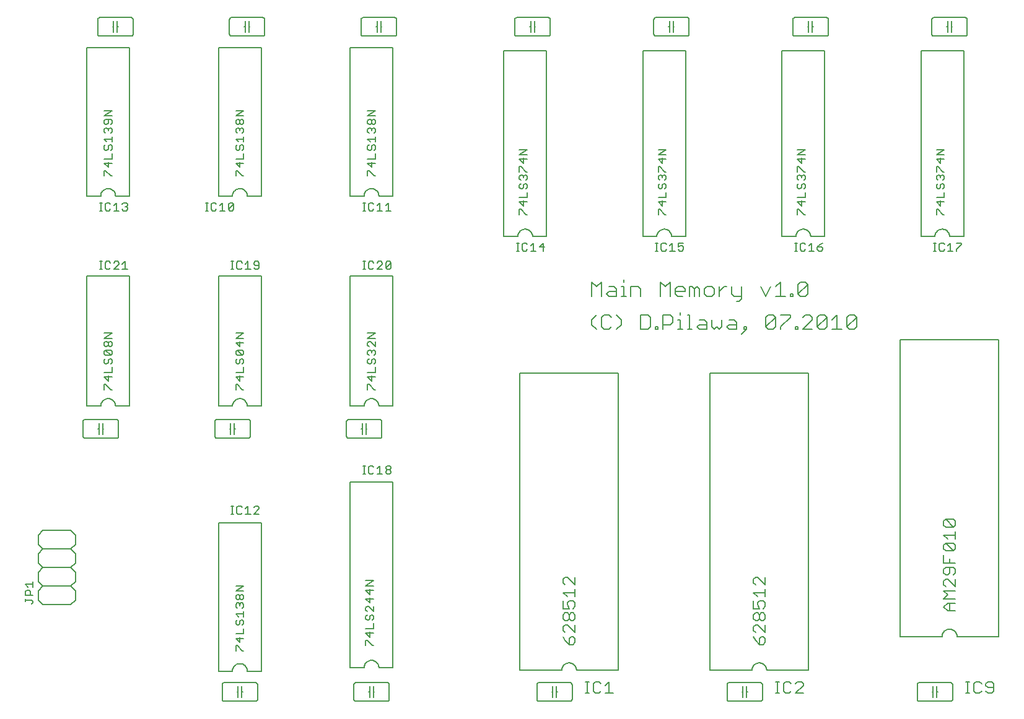
<source format=gto>
G75*
G70*
%OFA0B0*%
%FSLAX24Y24*%
%IPPOS*%
%LPD*%
%AMOC8*
5,1,8,0,0,1.08239X$1,22.5*
%
%ADD10C,0.0080*%
%ADD11C,0.0070*%
D10*
X002728Y006853D02*
X002798Y006923D01*
X002798Y006993D01*
X002728Y007063D01*
X002378Y007063D01*
X002378Y006993D02*
X002378Y007133D01*
X002378Y007313D02*
X002378Y007523D01*
X002448Y007593D01*
X002588Y007593D01*
X002658Y007523D01*
X002658Y007313D01*
X002798Y007313D02*
X002378Y007313D01*
X002518Y007773D02*
X002378Y007913D01*
X002798Y007913D01*
X002798Y007773D02*
X002798Y008054D01*
X003088Y008063D02*
X003088Y008563D01*
X003338Y008813D01*
X004838Y008813D01*
X005088Y009063D01*
X005088Y009563D01*
X004838Y009813D01*
X005088Y010063D01*
X005088Y010563D01*
X004838Y010813D01*
X003338Y010813D01*
X003088Y010563D01*
X003088Y010063D01*
X003338Y009813D01*
X004838Y009813D01*
X004838Y008813D02*
X005088Y008563D01*
X005088Y008063D01*
X004838Y007813D01*
X003338Y007813D01*
X003088Y008063D01*
X003338Y007813D02*
X003088Y007563D01*
X003088Y007063D01*
X003338Y006813D01*
X004838Y006813D01*
X005088Y007063D01*
X005088Y007563D01*
X004838Y007813D01*
X003338Y008813D02*
X003088Y009063D01*
X003088Y009563D01*
X003338Y009813D01*
X012781Y011238D02*
X015081Y011238D01*
X015081Y003238D01*
X014331Y003238D01*
X014329Y003277D01*
X014323Y003316D01*
X014314Y003354D01*
X014301Y003391D01*
X014284Y003427D01*
X014264Y003460D01*
X014240Y003492D01*
X014214Y003521D01*
X014185Y003547D01*
X014153Y003571D01*
X014120Y003591D01*
X014084Y003608D01*
X014047Y003621D01*
X014009Y003630D01*
X013970Y003636D01*
X013931Y003638D01*
X013892Y003636D01*
X013853Y003630D01*
X013815Y003621D01*
X013778Y003608D01*
X013742Y003591D01*
X013709Y003571D01*
X013677Y003547D01*
X013648Y003521D01*
X013622Y003492D01*
X013598Y003460D01*
X013578Y003427D01*
X013561Y003391D01*
X013548Y003354D01*
X013539Y003316D01*
X013533Y003277D01*
X013531Y003238D01*
X012781Y003238D01*
X012781Y011238D01*
X013464Y011699D02*
X013604Y011699D01*
X013534Y011699D02*
X013534Y012119D01*
X013464Y012119D02*
X013604Y012119D01*
X013771Y012049D02*
X013771Y011769D01*
X013841Y011699D01*
X013981Y011699D01*
X014051Y011769D01*
X014231Y011699D02*
X014511Y011699D01*
X014371Y011699D02*
X014371Y012119D01*
X014231Y011979D01*
X014051Y012049D02*
X013981Y012119D01*
X013841Y012119D01*
X013771Y012049D01*
X014691Y012049D02*
X014761Y012119D01*
X014901Y012119D01*
X014972Y012049D01*
X014972Y011979D01*
X014691Y011699D01*
X014972Y011699D01*
X019867Y013419D02*
X022167Y013419D01*
X022167Y003419D01*
X021417Y003419D01*
X021415Y003458D01*
X021409Y003497D01*
X021400Y003535D01*
X021387Y003572D01*
X021370Y003608D01*
X021350Y003641D01*
X021326Y003673D01*
X021300Y003702D01*
X021271Y003728D01*
X021239Y003752D01*
X021206Y003772D01*
X021170Y003789D01*
X021133Y003802D01*
X021095Y003811D01*
X021056Y003817D01*
X021017Y003819D01*
X020978Y003817D01*
X020939Y003811D01*
X020901Y003802D01*
X020864Y003789D01*
X020828Y003772D01*
X020795Y003752D01*
X020763Y003728D01*
X020734Y003702D01*
X020708Y003673D01*
X020684Y003641D01*
X020664Y003608D01*
X020647Y003572D01*
X020634Y003535D01*
X020625Y003497D01*
X020619Y003458D01*
X020617Y003419D01*
X019867Y003419D01*
X019867Y013419D01*
X020550Y013864D02*
X020690Y013864D01*
X020620Y013864D02*
X020620Y014285D01*
X020550Y014285D02*
X020690Y014285D01*
X020857Y014215D02*
X020927Y014285D01*
X021067Y014285D01*
X021137Y014215D01*
X021318Y014145D02*
X021458Y014285D01*
X021458Y013864D01*
X021318Y013864D02*
X021598Y013864D01*
X021778Y013934D02*
X021778Y014005D01*
X021848Y014075D01*
X021988Y014075D01*
X022058Y014005D01*
X022058Y013934D01*
X021988Y013864D01*
X021848Y013864D01*
X021778Y013934D01*
X021848Y014075D02*
X021778Y014145D01*
X021778Y014215D01*
X021848Y014285D01*
X021988Y014285D01*
X022058Y014215D01*
X022058Y014145D01*
X021988Y014075D01*
X021137Y013934D02*
X021067Y013864D01*
X020927Y013864D01*
X020857Y013934D01*
X020857Y014215D01*
X021474Y015793D02*
X019774Y015793D01*
X019757Y015795D01*
X019740Y015799D01*
X019724Y015806D01*
X019710Y015816D01*
X019697Y015829D01*
X019687Y015843D01*
X019680Y015859D01*
X019676Y015876D01*
X019674Y015893D01*
X019674Y016693D01*
X019676Y016710D01*
X019680Y016727D01*
X019687Y016743D01*
X019697Y016757D01*
X019710Y016770D01*
X019724Y016780D01*
X019740Y016787D01*
X019757Y016791D01*
X019774Y016793D01*
X021474Y016793D01*
X021491Y016791D01*
X021508Y016787D01*
X021524Y016780D01*
X021538Y016770D01*
X021551Y016757D01*
X021561Y016743D01*
X021568Y016727D01*
X021572Y016710D01*
X021574Y016693D01*
X021574Y015893D01*
X021572Y015876D01*
X021568Y015859D01*
X021561Y015843D01*
X021551Y015829D01*
X021538Y015816D01*
X021524Y015806D01*
X021508Y015799D01*
X021491Y015795D01*
X021474Y015793D01*
X020724Y015993D02*
X020724Y016293D01*
X020724Y016593D01*
X020524Y016593D02*
X020524Y016293D01*
X020474Y016293D01*
X020524Y016293D02*
X020524Y015993D01*
X020724Y016293D02*
X020774Y016293D01*
X020617Y017517D02*
X019867Y017517D01*
X019867Y024517D01*
X022167Y024517D01*
X022167Y017517D01*
X021417Y017517D01*
X021415Y017556D01*
X021409Y017595D01*
X021400Y017633D01*
X021387Y017670D01*
X021370Y017706D01*
X021350Y017739D01*
X021326Y017771D01*
X021300Y017800D01*
X021271Y017826D01*
X021239Y017850D01*
X021206Y017870D01*
X021170Y017887D01*
X021133Y017900D01*
X021095Y017909D01*
X021056Y017915D01*
X021017Y017917D01*
X020978Y017915D01*
X020939Y017909D01*
X020901Y017900D01*
X020864Y017887D01*
X020828Y017870D01*
X020795Y017850D01*
X020763Y017826D01*
X020734Y017800D01*
X020708Y017771D01*
X020684Y017739D01*
X020664Y017706D01*
X020647Y017670D01*
X020634Y017633D01*
X020625Y017595D01*
X020619Y017556D01*
X020617Y017517D01*
X020807Y018407D02*
X020807Y018688D01*
X020877Y018688D01*
X021157Y018407D01*
X021227Y018407D01*
X021017Y018868D02*
X021017Y019148D01*
X020807Y019078D02*
X021017Y018868D01*
X021227Y019078D02*
X020807Y019078D01*
X020807Y019328D02*
X021227Y019328D01*
X021227Y019608D01*
X021157Y019788D02*
X021227Y019858D01*
X021227Y019999D01*
X021157Y020069D01*
X021087Y020069D01*
X021017Y019999D01*
X021017Y019858D01*
X020947Y019788D01*
X020877Y019788D01*
X020807Y019858D01*
X020807Y019999D01*
X020877Y020069D01*
X020877Y020249D02*
X020807Y020319D01*
X020807Y020459D01*
X020877Y020529D01*
X020947Y020529D01*
X021017Y020459D01*
X021087Y020529D01*
X021157Y020529D01*
X021227Y020459D01*
X021227Y020319D01*
X021157Y020249D01*
X021017Y020389D02*
X021017Y020459D01*
X020877Y020709D02*
X020807Y020779D01*
X020807Y020919D01*
X020877Y020989D01*
X020947Y020989D01*
X021227Y020709D01*
X021227Y020989D01*
X021227Y021169D02*
X020807Y021169D01*
X021227Y021450D01*
X020807Y021450D01*
X020690Y024888D02*
X020550Y024888D01*
X020620Y024888D02*
X020620Y025308D01*
X020550Y025308D02*
X020690Y025308D01*
X020857Y025238D02*
X020857Y024958D01*
X020927Y024888D01*
X021067Y024888D01*
X021137Y024958D01*
X021318Y024888D02*
X021598Y025168D01*
X021598Y025238D01*
X021528Y025308D01*
X021388Y025308D01*
X021318Y025238D01*
X021137Y025238D02*
X021067Y025308D01*
X020927Y025308D01*
X020857Y025238D01*
X021318Y024888D02*
X021598Y024888D01*
X021778Y024958D02*
X022058Y025238D01*
X022058Y024958D01*
X021988Y024888D01*
X021848Y024888D01*
X021778Y024958D01*
X021778Y025238D01*
X021848Y025308D01*
X021988Y025308D01*
X022058Y025238D01*
X022058Y028038D02*
X021778Y028038D01*
X021918Y028038D02*
X021918Y028458D01*
X021778Y028318D01*
X021598Y028038D02*
X021318Y028038D01*
X021458Y028038D02*
X021458Y028458D01*
X021318Y028318D01*
X021137Y028388D02*
X021067Y028458D01*
X020927Y028458D01*
X020857Y028388D01*
X020857Y028108D01*
X020927Y028038D01*
X021067Y028038D01*
X021137Y028108D01*
X020690Y028038D02*
X020550Y028038D01*
X020620Y028038D02*
X020620Y028458D01*
X020550Y028458D02*
X020690Y028458D01*
X020617Y028828D02*
X019867Y028828D01*
X019867Y036828D01*
X022167Y036828D01*
X022167Y028828D01*
X021417Y028828D01*
X021415Y028867D01*
X021409Y028906D01*
X021400Y028944D01*
X021387Y028981D01*
X021370Y029017D01*
X021350Y029050D01*
X021326Y029082D01*
X021300Y029111D01*
X021271Y029137D01*
X021239Y029161D01*
X021206Y029181D01*
X021170Y029198D01*
X021133Y029211D01*
X021095Y029220D01*
X021056Y029226D01*
X021017Y029228D01*
X020978Y029226D01*
X020939Y029220D01*
X020901Y029211D01*
X020864Y029198D01*
X020828Y029181D01*
X020795Y029161D01*
X020763Y029137D01*
X020734Y029111D01*
X020708Y029082D01*
X020684Y029050D01*
X020664Y029017D01*
X020647Y028981D01*
X020634Y028944D01*
X020625Y028906D01*
X020619Y028867D01*
X020617Y028828D01*
X020807Y029918D02*
X020807Y030199D01*
X020877Y030199D01*
X021157Y029918D01*
X021227Y029918D01*
X021017Y030379D02*
X021017Y030659D01*
X020807Y030589D02*
X021017Y030379D01*
X021227Y030589D02*
X020807Y030589D01*
X020807Y030839D02*
X021227Y030839D01*
X021227Y031119D01*
X021157Y031299D02*
X021227Y031369D01*
X021227Y031510D01*
X021157Y031580D01*
X021087Y031580D01*
X021017Y031510D01*
X021017Y031369D01*
X020947Y031299D01*
X020877Y031299D01*
X020807Y031369D01*
X020807Y031510D01*
X020877Y031580D01*
X020947Y031760D02*
X020807Y031900D01*
X021227Y031900D01*
X021227Y031760D02*
X021227Y032040D01*
X021157Y032220D02*
X021227Y032290D01*
X021227Y032430D01*
X021157Y032500D01*
X021087Y032500D01*
X021017Y032430D01*
X021017Y032360D01*
X021017Y032430D02*
X020947Y032500D01*
X020877Y032500D01*
X020807Y032430D01*
X020807Y032290D01*
X020877Y032220D01*
X020877Y032680D02*
X020947Y032680D01*
X021017Y032751D01*
X021017Y032891D01*
X021087Y032961D01*
X021157Y032961D01*
X021227Y032891D01*
X021227Y032751D01*
X021157Y032680D01*
X021087Y032680D01*
X021017Y032751D01*
X021017Y032891D02*
X020947Y032961D01*
X020877Y032961D01*
X020807Y032891D01*
X020807Y032751D01*
X020877Y032680D01*
X020807Y033141D02*
X021227Y033421D01*
X020807Y033421D01*
X020807Y033141D02*
X021227Y033141D01*
X015081Y036828D02*
X012781Y036828D01*
X012781Y028828D01*
X013531Y028828D01*
X013524Y028458D02*
X013594Y028388D01*
X013313Y028108D01*
X013383Y028038D01*
X013524Y028038D01*
X013594Y028108D01*
X013594Y028388D01*
X013524Y028458D02*
X013383Y028458D01*
X013313Y028388D01*
X013313Y028108D01*
X013133Y028038D02*
X012853Y028038D01*
X012993Y028038D02*
X012993Y028458D01*
X012853Y028318D01*
X012673Y028388D02*
X012603Y028458D01*
X012463Y028458D01*
X012393Y028388D01*
X012393Y028108D01*
X012463Y028038D01*
X012603Y028038D01*
X012673Y028108D01*
X012226Y028038D02*
X012086Y028038D01*
X012156Y028038D02*
X012156Y028458D01*
X012086Y028458D02*
X012226Y028458D01*
X013531Y028828D02*
X013533Y028867D01*
X013539Y028906D01*
X013548Y028944D01*
X013561Y028981D01*
X013578Y029017D01*
X013598Y029050D01*
X013622Y029082D01*
X013648Y029111D01*
X013677Y029137D01*
X013709Y029161D01*
X013742Y029181D01*
X013778Y029198D01*
X013815Y029211D01*
X013853Y029220D01*
X013892Y029226D01*
X013931Y029228D01*
X013970Y029226D01*
X014009Y029220D01*
X014047Y029211D01*
X014084Y029198D01*
X014120Y029181D01*
X014153Y029161D01*
X014185Y029137D01*
X014214Y029111D01*
X014240Y029082D01*
X014264Y029050D01*
X014284Y029017D01*
X014301Y028981D01*
X014314Y028944D01*
X014323Y028906D01*
X014329Y028867D01*
X014331Y028828D01*
X015081Y028828D01*
X015081Y036828D01*
X015174Y037446D02*
X013474Y037446D01*
X013457Y037448D01*
X013440Y037452D01*
X013424Y037459D01*
X013410Y037469D01*
X013397Y037482D01*
X013387Y037496D01*
X013380Y037512D01*
X013376Y037529D01*
X013374Y037546D01*
X013374Y038346D01*
X013376Y038363D01*
X013380Y038380D01*
X013387Y038396D01*
X013397Y038410D01*
X013410Y038423D01*
X013424Y038433D01*
X013440Y038440D01*
X013457Y038444D01*
X013474Y038446D01*
X015174Y038446D01*
X015191Y038444D01*
X015208Y038440D01*
X015224Y038433D01*
X015238Y038423D01*
X015251Y038410D01*
X015261Y038396D01*
X015268Y038380D01*
X015272Y038363D01*
X015274Y038346D01*
X015274Y037546D01*
X015272Y037529D01*
X015268Y037512D01*
X015261Y037496D01*
X015251Y037482D01*
X015238Y037469D01*
X015224Y037459D01*
X015208Y037452D01*
X015191Y037448D01*
X015174Y037446D01*
X014424Y037646D02*
X014424Y037946D01*
X014424Y038246D01*
X014224Y038246D02*
X014224Y037946D01*
X014174Y037946D01*
X014224Y037946D02*
X014224Y037646D01*
X014424Y037946D02*
X014474Y037946D01*
X008188Y038346D02*
X008188Y037546D01*
X008186Y037529D01*
X008182Y037512D01*
X008175Y037496D01*
X008165Y037482D01*
X008152Y037469D01*
X008138Y037459D01*
X008122Y037452D01*
X008105Y037448D01*
X008088Y037446D01*
X006388Y037446D01*
X006371Y037448D01*
X006354Y037452D01*
X006338Y037459D01*
X006324Y037469D01*
X006311Y037482D01*
X006301Y037496D01*
X006294Y037512D01*
X006290Y037529D01*
X006288Y037546D01*
X006288Y038346D01*
X006290Y038363D01*
X006294Y038380D01*
X006301Y038396D01*
X006311Y038410D01*
X006324Y038423D01*
X006338Y038433D01*
X006354Y038440D01*
X006371Y038444D01*
X006388Y038446D01*
X008088Y038446D01*
X008105Y038444D01*
X008122Y038440D01*
X008138Y038433D01*
X008152Y038423D01*
X008165Y038410D01*
X008175Y038396D01*
X008182Y038380D01*
X008186Y038363D01*
X008188Y038346D01*
X007338Y038246D02*
X007338Y037946D01*
X007338Y037646D01*
X007138Y037646D02*
X007138Y037946D01*
X007088Y037946D01*
X007138Y037946D02*
X007138Y038246D01*
X007338Y037946D02*
X007388Y037946D01*
X007994Y036828D02*
X005694Y036828D01*
X005694Y028828D01*
X006444Y028828D01*
X006447Y028458D02*
X006447Y028038D01*
X006377Y028038D02*
X006517Y028038D01*
X006684Y028108D02*
X006684Y028388D01*
X006754Y028458D01*
X006894Y028458D01*
X006964Y028388D01*
X007144Y028318D02*
X007284Y028458D01*
X007284Y028038D01*
X007144Y028038D02*
X007425Y028038D01*
X007605Y028108D02*
X007675Y028038D01*
X007815Y028038D01*
X007885Y028108D01*
X007885Y028178D01*
X007815Y028248D01*
X007745Y028248D01*
X007815Y028248D02*
X007885Y028318D01*
X007885Y028388D01*
X007815Y028458D01*
X007675Y028458D01*
X007605Y028388D01*
X007244Y028828D02*
X007994Y028828D01*
X007994Y036828D01*
X007054Y033421D02*
X006634Y033421D01*
X006634Y033141D02*
X007054Y033421D01*
X007054Y033141D02*
X006634Y033141D01*
X006704Y032961D02*
X006634Y032891D01*
X006634Y032751D01*
X006704Y032680D01*
X006774Y032680D01*
X006844Y032751D01*
X006844Y032961D01*
X006984Y032961D02*
X006704Y032961D01*
X006984Y032961D02*
X007054Y032891D01*
X007054Y032751D01*
X006984Y032680D01*
X006984Y032500D02*
X007054Y032430D01*
X007054Y032290D01*
X006984Y032220D01*
X007054Y032040D02*
X007054Y031760D01*
X007054Y031900D02*
X006634Y031900D01*
X006774Y031760D01*
X006704Y031580D02*
X006634Y031510D01*
X006634Y031369D01*
X006704Y031299D01*
X006774Y031299D01*
X006844Y031369D01*
X006844Y031510D01*
X006914Y031580D01*
X006984Y031580D01*
X007054Y031510D01*
X007054Y031369D01*
X006984Y031299D01*
X007054Y031119D02*
X007054Y030839D01*
X006634Y030839D01*
X006634Y030589D02*
X006844Y030379D01*
X006844Y030659D01*
X007054Y030589D02*
X006634Y030589D01*
X006634Y030199D02*
X006704Y030199D01*
X006984Y029918D01*
X007054Y029918D01*
X006634Y029918D02*
X006634Y030199D01*
X006444Y028828D02*
X006446Y028867D01*
X006452Y028906D01*
X006461Y028944D01*
X006474Y028981D01*
X006491Y029017D01*
X006511Y029050D01*
X006535Y029082D01*
X006561Y029111D01*
X006590Y029137D01*
X006622Y029161D01*
X006655Y029181D01*
X006691Y029198D01*
X006728Y029211D01*
X006766Y029220D01*
X006805Y029226D01*
X006844Y029228D01*
X006883Y029226D01*
X006922Y029220D01*
X006960Y029211D01*
X006997Y029198D01*
X007033Y029181D01*
X007066Y029161D01*
X007098Y029137D01*
X007127Y029111D01*
X007153Y029082D01*
X007177Y029050D01*
X007197Y029017D01*
X007214Y028981D01*
X007227Y028944D01*
X007236Y028906D01*
X007242Y028867D01*
X007244Y028828D01*
X006517Y028458D02*
X006377Y028458D01*
X006684Y028108D02*
X006754Y028038D01*
X006894Y028038D01*
X006964Y028108D01*
X006894Y025308D02*
X006754Y025308D01*
X006684Y025238D01*
X006684Y024958D01*
X006754Y024888D01*
X006894Y024888D01*
X006964Y024958D01*
X007144Y024888D02*
X007425Y025168D01*
X007425Y025238D01*
X007355Y025308D01*
X007214Y025308D01*
X007144Y025238D01*
X006964Y025238D02*
X006894Y025308D01*
X006517Y025308D02*
X006377Y025308D01*
X006447Y025308D02*
X006447Y024888D01*
X006377Y024888D02*
X006517Y024888D01*
X007144Y024888D02*
X007425Y024888D01*
X007605Y024888D02*
X007885Y024888D01*
X007745Y024888D02*
X007745Y025308D01*
X007605Y025168D01*
X007994Y024517D02*
X005694Y024517D01*
X005694Y017517D01*
X006444Y017517D01*
X006446Y017556D01*
X006452Y017595D01*
X006461Y017633D01*
X006474Y017670D01*
X006491Y017706D01*
X006511Y017739D01*
X006535Y017771D01*
X006561Y017800D01*
X006590Y017826D01*
X006622Y017850D01*
X006655Y017870D01*
X006691Y017887D01*
X006728Y017900D01*
X006766Y017909D01*
X006805Y017915D01*
X006844Y017917D01*
X006883Y017915D01*
X006922Y017909D01*
X006960Y017900D01*
X006997Y017887D01*
X007033Y017870D01*
X007066Y017850D01*
X007098Y017826D01*
X007127Y017800D01*
X007153Y017771D01*
X007177Y017739D01*
X007197Y017706D01*
X007214Y017670D01*
X007227Y017633D01*
X007236Y017595D01*
X007242Y017556D01*
X007244Y017517D01*
X007994Y017517D01*
X007994Y024517D01*
X007054Y021450D02*
X006634Y021450D01*
X006634Y021169D02*
X007054Y021450D01*
X007054Y021169D02*
X006634Y021169D01*
X006704Y020989D02*
X006774Y020989D01*
X006844Y020919D01*
X006844Y020779D01*
X006774Y020709D01*
X006704Y020709D01*
X006634Y020779D01*
X006634Y020919D01*
X006704Y020989D01*
X006844Y020919D02*
X006914Y020989D01*
X006984Y020989D01*
X007054Y020919D01*
X007054Y020779D01*
X006984Y020709D01*
X006914Y020709D01*
X006844Y020779D01*
X006984Y020529D02*
X007054Y020459D01*
X007054Y020319D01*
X006984Y020249D01*
X006704Y020529D01*
X006984Y020529D01*
X006704Y020529D02*
X006634Y020459D01*
X006634Y020319D01*
X006704Y020249D01*
X006984Y020249D01*
X006984Y020069D02*
X007054Y019999D01*
X007054Y019858D01*
X006984Y019788D01*
X006844Y019858D02*
X006774Y019788D01*
X006704Y019788D01*
X006634Y019858D01*
X006634Y019999D01*
X006704Y020069D01*
X006844Y019999D02*
X006914Y020069D01*
X006984Y020069D01*
X006844Y019999D02*
X006844Y019858D01*
X007054Y019608D02*
X007054Y019328D01*
X006634Y019328D01*
X006634Y019078D02*
X006844Y018868D01*
X006844Y019148D01*
X007054Y019078D02*
X006634Y019078D01*
X006634Y018688D02*
X006704Y018688D01*
X006984Y018407D01*
X007054Y018407D01*
X006634Y018407D02*
X006634Y018688D01*
X007300Y016793D02*
X005600Y016793D01*
X005583Y016791D01*
X005566Y016787D01*
X005550Y016780D01*
X005536Y016770D01*
X005523Y016757D01*
X005513Y016743D01*
X005506Y016727D01*
X005502Y016710D01*
X005500Y016693D01*
X005500Y015893D01*
X005502Y015876D01*
X005506Y015859D01*
X005513Y015843D01*
X005523Y015829D01*
X005536Y015816D01*
X005550Y015806D01*
X005566Y015799D01*
X005583Y015795D01*
X005600Y015793D01*
X007300Y015793D01*
X007317Y015795D01*
X007334Y015799D01*
X007350Y015806D01*
X007364Y015816D01*
X007377Y015829D01*
X007387Y015843D01*
X007394Y015859D01*
X007398Y015876D01*
X007400Y015893D01*
X007400Y016693D01*
X007398Y016710D01*
X007394Y016727D01*
X007387Y016743D01*
X007377Y016757D01*
X007364Y016770D01*
X007350Y016780D01*
X007334Y016787D01*
X007317Y016791D01*
X007300Y016793D01*
X006600Y016293D02*
X006550Y016293D01*
X006550Y015993D01*
X006350Y015993D02*
X006350Y016293D01*
X006300Y016293D01*
X006350Y016293D02*
X006350Y016593D01*
X006550Y016593D02*
X006550Y016293D01*
X012587Y016693D02*
X012587Y015893D01*
X012589Y015876D01*
X012593Y015859D01*
X012600Y015843D01*
X012610Y015829D01*
X012623Y015816D01*
X012637Y015806D01*
X012653Y015799D01*
X012670Y015795D01*
X012687Y015793D01*
X014387Y015793D01*
X014404Y015795D01*
X014421Y015799D01*
X014437Y015806D01*
X014451Y015816D01*
X014464Y015829D01*
X014474Y015843D01*
X014481Y015859D01*
X014485Y015876D01*
X014487Y015893D01*
X014487Y016693D01*
X014485Y016710D01*
X014481Y016727D01*
X014474Y016743D01*
X014464Y016757D01*
X014451Y016770D01*
X014437Y016780D01*
X014421Y016787D01*
X014404Y016791D01*
X014387Y016793D01*
X012687Y016793D01*
X012670Y016791D01*
X012653Y016787D01*
X012637Y016780D01*
X012623Y016770D01*
X012610Y016757D01*
X012600Y016743D01*
X012593Y016727D01*
X012589Y016710D01*
X012587Y016693D01*
X013437Y016593D02*
X013437Y016293D01*
X013387Y016293D01*
X013437Y016293D02*
X013437Y015993D01*
X013637Y015993D02*
X013637Y016293D01*
X013637Y016593D01*
X013637Y016293D02*
X013687Y016293D01*
X013531Y017517D02*
X012781Y017517D01*
X012781Y024517D01*
X015081Y024517D01*
X015081Y017517D01*
X014331Y017517D01*
X014329Y017556D01*
X014323Y017595D01*
X014314Y017633D01*
X014301Y017670D01*
X014284Y017706D01*
X014264Y017739D01*
X014240Y017771D01*
X014214Y017800D01*
X014185Y017826D01*
X014153Y017850D01*
X014120Y017870D01*
X014084Y017887D01*
X014047Y017900D01*
X014009Y017909D01*
X013970Y017915D01*
X013931Y017917D01*
X013892Y017915D01*
X013853Y017909D01*
X013815Y017900D01*
X013778Y017887D01*
X013742Y017870D01*
X013709Y017850D01*
X013677Y017826D01*
X013648Y017800D01*
X013622Y017771D01*
X013598Y017739D01*
X013578Y017706D01*
X013561Y017670D01*
X013548Y017633D01*
X013539Y017595D01*
X013533Y017556D01*
X013531Y017517D01*
X013720Y018407D02*
X013720Y018688D01*
X013790Y018688D01*
X014071Y018407D01*
X014141Y018407D01*
X013931Y018868D02*
X013931Y019148D01*
X014141Y019078D02*
X013720Y019078D01*
X013931Y018868D01*
X014141Y019328D02*
X013720Y019328D01*
X014141Y019328D02*
X014141Y019608D01*
X014071Y019788D02*
X014141Y019858D01*
X014141Y019999D01*
X014071Y020069D01*
X014001Y020069D01*
X013931Y019999D01*
X013931Y019858D01*
X013860Y019788D01*
X013790Y019788D01*
X013720Y019858D01*
X013720Y019999D01*
X013790Y020069D01*
X013790Y020249D02*
X013720Y020319D01*
X013720Y020459D01*
X013790Y020529D01*
X014071Y020249D01*
X014141Y020319D01*
X014141Y020459D01*
X014071Y020529D01*
X013790Y020529D01*
X013931Y020709D02*
X013720Y020919D01*
X014141Y020919D01*
X013931Y020989D02*
X013931Y020709D01*
X014071Y020249D02*
X013790Y020249D01*
X013720Y021169D02*
X014141Y021450D01*
X013720Y021450D01*
X013720Y021169D02*
X014141Y021169D01*
X014231Y024888D02*
X014511Y024888D01*
X014371Y024888D02*
X014371Y025308D01*
X014231Y025168D01*
X014051Y025238D02*
X013981Y025308D01*
X013841Y025308D01*
X013771Y025238D01*
X013771Y024958D01*
X013841Y024888D01*
X013981Y024888D01*
X014051Y024958D01*
X013604Y024888D02*
X013464Y024888D01*
X013534Y024888D02*
X013534Y025308D01*
X013464Y025308D02*
X013604Y025308D01*
X014691Y025238D02*
X014691Y025168D01*
X014761Y025098D01*
X014972Y025098D01*
X014972Y024958D02*
X014972Y025238D01*
X014901Y025308D01*
X014761Y025308D01*
X014691Y025238D01*
X014691Y024958D02*
X014761Y024888D01*
X014901Y024888D01*
X014972Y024958D01*
X014141Y029918D02*
X014071Y029918D01*
X013790Y030199D01*
X013720Y030199D01*
X013720Y029918D01*
X013931Y030379D02*
X013931Y030659D01*
X014141Y030589D02*
X013720Y030589D01*
X013931Y030379D01*
X014141Y030839D02*
X013720Y030839D01*
X014141Y030839D02*
X014141Y031119D01*
X014071Y031299D02*
X014141Y031369D01*
X014141Y031510D01*
X014071Y031580D01*
X014001Y031580D01*
X013931Y031510D01*
X013931Y031369D01*
X013860Y031299D01*
X013790Y031299D01*
X013720Y031369D01*
X013720Y031510D01*
X013790Y031580D01*
X013860Y031760D02*
X013720Y031900D01*
X014141Y031900D01*
X014141Y031760D02*
X014141Y032040D01*
X014071Y032220D02*
X014141Y032290D01*
X014141Y032430D01*
X014071Y032500D01*
X014001Y032500D01*
X013931Y032430D01*
X013931Y032360D01*
X013931Y032430D02*
X013860Y032500D01*
X013790Y032500D01*
X013720Y032430D01*
X013720Y032290D01*
X013790Y032220D01*
X013790Y032680D02*
X013860Y032680D01*
X013931Y032751D01*
X013931Y032891D01*
X014001Y032961D01*
X014071Y032961D01*
X014141Y032891D01*
X014141Y032751D01*
X014071Y032680D01*
X014001Y032680D01*
X013931Y032751D01*
X013931Y032891D02*
X013860Y032961D01*
X013790Y032961D01*
X013720Y032891D01*
X013720Y032751D01*
X013790Y032680D01*
X013720Y033141D02*
X014141Y033421D01*
X013720Y033421D01*
X013720Y033141D02*
X014141Y033141D01*
X006984Y032500D02*
X006914Y032500D01*
X006844Y032430D01*
X006844Y032360D01*
X006844Y032430D02*
X006774Y032500D01*
X006704Y032500D01*
X006634Y032430D01*
X006634Y032290D01*
X006704Y032220D01*
X020461Y037546D02*
X020461Y038346D01*
X020463Y038363D01*
X020467Y038380D01*
X020474Y038396D01*
X020484Y038410D01*
X020497Y038423D01*
X020511Y038433D01*
X020527Y038440D01*
X020544Y038444D01*
X020561Y038446D01*
X022261Y038446D01*
X022278Y038444D01*
X022295Y038440D01*
X022311Y038433D01*
X022325Y038423D01*
X022338Y038410D01*
X022348Y038396D01*
X022355Y038380D01*
X022359Y038363D01*
X022361Y038346D01*
X022361Y037546D01*
X022359Y037529D01*
X022355Y037512D01*
X022348Y037496D01*
X022338Y037482D01*
X022325Y037469D01*
X022311Y037459D01*
X022295Y037452D01*
X022278Y037448D01*
X022261Y037446D01*
X020561Y037446D01*
X020544Y037448D01*
X020527Y037452D01*
X020511Y037459D01*
X020497Y037469D01*
X020484Y037482D01*
X020474Y037496D01*
X020467Y037512D01*
X020463Y037529D01*
X020461Y037546D01*
X021311Y037646D02*
X021311Y037946D01*
X021261Y037946D01*
X021311Y037946D02*
X021311Y038246D01*
X021511Y038246D02*
X021511Y037946D01*
X021511Y037646D01*
X021511Y037946D02*
X021561Y037946D01*
X028135Y036647D02*
X030435Y036647D01*
X030435Y026647D01*
X029685Y026647D01*
X029725Y026293D02*
X029725Y025872D01*
X029585Y025872D02*
X029866Y025872D01*
X030046Y026082D02*
X030326Y026082D01*
X030256Y025872D02*
X030256Y026293D01*
X030046Y026082D01*
X029725Y026293D02*
X029585Y026153D01*
X029405Y026223D02*
X029335Y026293D01*
X029195Y026293D01*
X029125Y026223D01*
X029125Y025942D01*
X029195Y025872D01*
X029335Y025872D01*
X029405Y025942D01*
X028958Y025872D02*
X028818Y025872D01*
X028888Y025872D02*
X028888Y026293D01*
X028818Y026293D02*
X028958Y026293D01*
X028885Y026647D02*
X028135Y026647D01*
X028135Y036647D01*
X028829Y037446D02*
X030529Y037446D01*
X030546Y037448D01*
X030563Y037452D01*
X030579Y037459D01*
X030593Y037469D01*
X030606Y037482D01*
X030616Y037496D01*
X030623Y037512D01*
X030627Y037529D01*
X030629Y037546D01*
X030629Y038346D01*
X030627Y038363D01*
X030623Y038380D01*
X030616Y038396D01*
X030606Y038410D01*
X030593Y038423D01*
X030579Y038433D01*
X030563Y038440D01*
X030546Y038444D01*
X030529Y038446D01*
X028829Y038446D01*
X028812Y038444D01*
X028795Y038440D01*
X028779Y038433D01*
X028765Y038423D01*
X028752Y038410D01*
X028742Y038396D01*
X028735Y038380D01*
X028731Y038363D01*
X028729Y038346D01*
X028729Y037546D01*
X028731Y037529D01*
X028735Y037512D01*
X028742Y037496D01*
X028752Y037482D01*
X028765Y037469D01*
X028779Y037459D01*
X028795Y037452D01*
X028812Y037448D01*
X028829Y037446D01*
X029579Y037646D02*
X029579Y037946D01*
X029529Y037946D01*
X029579Y037946D02*
X029579Y038246D01*
X029779Y038246D02*
X029779Y037946D01*
X029779Y037646D01*
X029779Y037946D02*
X029829Y037946D01*
X035615Y036647D02*
X037915Y036647D01*
X037915Y026647D01*
X037165Y026647D01*
X037206Y026293D02*
X037206Y025872D01*
X037066Y025872D02*
X037346Y025872D01*
X037526Y025942D02*
X037596Y025872D01*
X037736Y025872D01*
X037806Y025942D01*
X037806Y026082D01*
X037736Y026153D01*
X037666Y026153D01*
X037526Y026082D01*
X037526Y026293D01*
X037806Y026293D01*
X037206Y026293D02*
X037066Y026153D01*
X036886Y026223D02*
X036815Y026293D01*
X036675Y026293D01*
X036605Y026223D01*
X036605Y025942D01*
X036675Y025872D01*
X036815Y025872D01*
X036886Y025942D01*
X036439Y025872D02*
X036298Y025872D01*
X036368Y025872D02*
X036368Y026293D01*
X036298Y026293D02*
X036439Y026293D01*
X036365Y026647D02*
X035615Y026647D01*
X035615Y036647D01*
X036309Y037446D02*
X038009Y037446D01*
X038026Y037448D01*
X038043Y037452D01*
X038059Y037459D01*
X038073Y037469D01*
X038086Y037482D01*
X038096Y037496D01*
X038103Y037512D01*
X038107Y037529D01*
X038109Y037546D01*
X038109Y038346D01*
X038107Y038363D01*
X038103Y038380D01*
X038096Y038396D01*
X038086Y038410D01*
X038073Y038423D01*
X038059Y038433D01*
X038043Y038440D01*
X038026Y038444D01*
X038009Y038446D01*
X036309Y038446D01*
X036292Y038444D01*
X036275Y038440D01*
X036259Y038433D01*
X036245Y038423D01*
X036232Y038410D01*
X036222Y038396D01*
X036215Y038380D01*
X036211Y038363D01*
X036209Y038346D01*
X036209Y037546D01*
X036211Y037529D01*
X036215Y037512D01*
X036222Y037496D01*
X036232Y037482D01*
X036245Y037469D01*
X036259Y037459D01*
X036275Y037452D01*
X036292Y037448D01*
X036309Y037446D01*
X037059Y037646D02*
X037059Y037946D01*
X037009Y037946D01*
X037059Y037946D02*
X037059Y038246D01*
X037259Y038246D02*
X037259Y037946D01*
X037259Y037646D01*
X037259Y037946D02*
X037309Y037946D01*
X043096Y036647D02*
X045396Y036647D01*
X045396Y026647D01*
X044646Y026647D01*
X044686Y026293D02*
X044686Y025872D01*
X044546Y025872D02*
X044826Y025872D01*
X045006Y025942D02*
X045076Y025872D01*
X045216Y025872D01*
X045287Y025942D01*
X045287Y026012D01*
X045216Y026082D01*
X045006Y026082D01*
X045006Y025942D01*
X045006Y026082D02*
X045146Y026223D01*
X045287Y026293D01*
X044686Y026293D02*
X044546Y026153D01*
X044366Y026223D02*
X044296Y026293D01*
X044156Y026293D01*
X044086Y026223D01*
X044086Y025942D01*
X044156Y025872D01*
X044296Y025872D01*
X044366Y025942D01*
X043919Y025872D02*
X043779Y025872D01*
X043849Y025872D02*
X043849Y026293D01*
X043779Y026293D02*
X043919Y026293D01*
X043846Y026647D02*
X043096Y026647D01*
X043096Y036647D01*
X043789Y037446D02*
X045489Y037446D01*
X045506Y037448D01*
X045523Y037452D01*
X045539Y037459D01*
X045553Y037469D01*
X045566Y037482D01*
X045576Y037496D01*
X045583Y037512D01*
X045587Y037529D01*
X045589Y037546D01*
X045589Y038346D01*
X045587Y038363D01*
X045583Y038380D01*
X045576Y038396D01*
X045566Y038410D01*
X045553Y038423D01*
X045539Y038433D01*
X045523Y038440D01*
X045506Y038444D01*
X045489Y038446D01*
X043789Y038446D01*
X043772Y038444D01*
X043755Y038440D01*
X043739Y038433D01*
X043725Y038423D01*
X043712Y038410D01*
X043702Y038396D01*
X043695Y038380D01*
X043691Y038363D01*
X043689Y038346D01*
X043689Y037546D01*
X043691Y037529D01*
X043695Y037512D01*
X043702Y037496D01*
X043712Y037482D01*
X043725Y037469D01*
X043739Y037459D01*
X043755Y037452D01*
X043772Y037448D01*
X043789Y037446D01*
X044539Y037646D02*
X044539Y037946D01*
X044489Y037946D01*
X044539Y037946D02*
X044539Y038246D01*
X044739Y038246D02*
X044739Y037946D01*
X044739Y037646D01*
X044739Y037946D02*
X044789Y037946D01*
X050576Y036647D02*
X052876Y036647D01*
X052876Y026647D01*
X052126Y026647D01*
X052166Y026293D02*
X052166Y025872D01*
X052026Y025872D02*
X052306Y025872D01*
X052487Y025872D02*
X052487Y025942D01*
X052767Y026223D01*
X052767Y026293D01*
X052487Y026293D01*
X052166Y026293D02*
X052026Y026153D01*
X051846Y026223D02*
X051776Y026293D01*
X051636Y026293D01*
X051566Y026223D01*
X051566Y025942D01*
X051636Y025872D01*
X051776Y025872D01*
X051846Y025942D01*
X051399Y025872D02*
X051259Y025872D01*
X051329Y025872D02*
X051329Y026293D01*
X051259Y026293D02*
X051399Y026293D01*
X051326Y026647D02*
X050576Y026647D01*
X050576Y036647D01*
X051270Y037446D02*
X052970Y037446D01*
X052987Y037448D01*
X053004Y037452D01*
X053020Y037459D01*
X053034Y037469D01*
X053047Y037482D01*
X053057Y037496D01*
X053064Y037512D01*
X053068Y037529D01*
X053070Y037546D01*
X053070Y038346D01*
X053068Y038363D01*
X053064Y038380D01*
X053057Y038396D01*
X053047Y038410D01*
X053034Y038423D01*
X053020Y038433D01*
X053004Y038440D01*
X052987Y038444D01*
X052970Y038446D01*
X051270Y038446D01*
X051253Y038444D01*
X051236Y038440D01*
X051220Y038433D01*
X051206Y038423D01*
X051193Y038410D01*
X051183Y038396D01*
X051176Y038380D01*
X051172Y038363D01*
X051170Y038346D01*
X051170Y037546D01*
X051172Y037529D01*
X051176Y037512D01*
X051183Y037496D01*
X051193Y037482D01*
X051206Y037469D01*
X051220Y037459D01*
X051236Y037452D01*
X051253Y037448D01*
X051270Y037446D01*
X052020Y037646D02*
X052020Y037946D01*
X051970Y037946D01*
X052020Y037946D02*
X052020Y038246D01*
X052220Y038246D02*
X052220Y037946D01*
X052220Y037646D01*
X052220Y037946D02*
X052270Y037946D01*
X051836Y031340D02*
X051416Y031340D01*
X051416Y031060D02*
X051836Y031340D01*
X051836Y031060D02*
X051416Y031060D01*
X051416Y030810D02*
X051626Y030599D01*
X051626Y030880D01*
X051836Y030810D02*
X051416Y030810D01*
X051416Y030419D02*
X051486Y030419D01*
X051766Y030139D01*
X051836Y030139D01*
X051766Y029959D02*
X051836Y029889D01*
X051836Y029749D01*
X051766Y029679D01*
X051766Y029499D02*
X051836Y029428D01*
X051836Y029288D01*
X051766Y029218D01*
X051626Y029288D02*
X051626Y029428D01*
X051696Y029499D01*
X051766Y029499D01*
X051626Y029288D02*
X051556Y029218D01*
X051486Y029218D01*
X051416Y029288D01*
X051416Y029428D01*
X051486Y029499D01*
X051486Y029679D02*
X051416Y029749D01*
X051416Y029889D01*
X051486Y029959D01*
X051556Y029959D01*
X051626Y029889D01*
X051696Y029959D01*
X051766Y029959D01*
X051626Y029889D02*
X051626Y029819D01*
X051416Y030139D02*
X051416Y030419D01*
X051836Y029038D02*
X051836Y028758D01*
X051416Y028758D01*
X051416Y028508D02*
X051626Y028298D01*
X051626Y028578D01*
X051836Y028508D02*
X051416Y028508D01*
X051416Y028117D02*
X051486Y028117D01*
X051766Y027837D01*
X051836Y027837D01*
X051416Y027837D02*
X051416Y028117D01*
X051326Y026647D02*
X051328Y026686D01*
X051334Y026725D01*
X051343Y026763D01*
X051356Y026800D01*
X051373Y026836D01*
X051393Y026869D01*
X051417Y026901D01*
X051443Y026930D01*
X051472Y026956D01*
X051504Y026980D01*
X051537Y027000D01*
X051573Y027017D01*
X051610Y027030D01*
X051648Y027039D01*
X051687Y027045D01*
X051726Y027047D01*
X051765Y027045D01*
X051804Y027039D01*
X051842Y027030D01*
X051879Y027017D01*
X051915Y027000D01*
X051948Y026980D01*
X051980Y026956D01*
X052009Y026930D01*
X052035Y026901D01*
X052059Y026869D01*
X052079Y026836D01*
X052096Y026800D01*
X052109Y026763D01*
X052118Y026725D01*
X052124Y026686D01*
X052126Y026647D01*
X044356Y027837D02*
X044286Y027837D01*
X044005Y028117D01*
X043935Y028117D01*
X043935Y027837D01*
X044146Y028298D02*
X044146Y028578D01*
X044356Y028508D02*
X043935Y028508D01*
X044146Y028298D01*
X044356Y028758D02*
X043935Y028758D01*
X044356Y028758D02*
X044356Y029038D01*
X044286Y029218D02*
X044356Y029288D01*
X044356Y029428D01*
X044286Y029499D01*
X044216Y029499D01*
X044146Y029428D01*
X044146Y029288D01*
X044075Y029218D01*
X044005Y029218D01*
X043935Y029288D01*
X043935Y029428D01*
X044005Y029499D01*
X044005Y029679D02*
X043935Y029749D01*
X043935Y029889D01*
X044005Y029959D01*
X044075Y029959D01*
X044146Y029889D01*
X044216Y029959D01*
X044286Y029959D01*
X044356Y029889D01*
X044356Y029749D01*
X044286Y029679D01*
X044146Y029819D02*
X044146Y029889D01*
X044286Y030139D02*
X044005Y030419D01*
X043935Y030419D01*
X043935Y030139D01*
X044286Y030139D02*
X044356Y030139D01*
X044146Y030599D02*
X044146Y030880D01*
X044356Y030810D02*
X043935Y030810D01*
X044146Y030599D01*
X044356Y031060D02*
X043935Y031060D01*
X044356Y031340D01*
X043935Y031340D01*
X043846Y026647D02*
X043848Y026686D01*
X043854Y026725D01*
X043863Y026763D01*
X043876Y026800D01*
X043893Y026836D01*
X043913Y026869D01*
X043937Y026901D01*
X043963Y026930D01*
X043992Y026956D01*
X044024Y026980D01*
X044057Y027000D01*
X044093Y027017D01*
X044130Y027030D01*
X044168Y027039D01*
X044207Y027045D01*
X044246Y027047D01*
X044285Y027045D01*
X044324Y027039D01*
X044362Y027030D01*
X044399Y027017D01*
X044435Y027000D01*
X044468Y026980D01*
X044500Y026956D01*
X044529Y026930D01*
X044555Y026901D01*
X044579Y026869D01*
X044599Y026836D01*
X044616Y026800D01*
X044629Y026763D01*
X044638Y026725D01*
X044644Y026686D01*
X044646Y026647D01*
X036875Y027837D02*
X036805Y027837D01*
X036525Y028117D01*
X036455Y028117D01*
X036455Y027837D01*
X036665Y028298D02*
X036665Y028578D01*
X036455Y028508D02*
X036665Y028298D01*
X036875Y028508D02*
X036455Y028508D01*
X036455Y028758D02*
X036875Y028758D01*
X036875Y029038D01*
X036805Y029218D02*
X036875Y029288D01*
X036875Y029428D01*
X036805Y029499D01*
X036735Y029499D01*
X036665Y029428D01*
X036665Y029288D01*
X036595Y029218D01*
X036525Y029218D01*
X036455Y029288D01*
X036455Y029428D01*
X036525Y029499D01*
X036525Y029679D02*
X036455Y029749D01*
X036455Y029889D01*
X036525Y029959D01*
X036595Y029959D01*
X036665Y029889D01*
X036735Y029959D01*
X036805Y029959D01*
X036875Y029889D01*
X036875Y029749D01*
X036805Y029679D01*
X036665Y029819D02*
X036665Y029889D01*
X036805Y030139D02*
X036875Y030139D01*
X036805Y030139D02*
X036525Y030419D01*
X036455Y030419D01*
X036455Y030139D01*
X036665Y030599D02*
X036665Y030880D01*
X036455Y030810D02*
X036665Y030599D01*
X036875Y030810D02*
X036455Y030810D01*
X036455Y031060D02*
X036875Y031340D01*
X036455Y031340D01*
X036455Y031060D02*
X036875Y031060D01*
X037165Y026647D02*
X037163Y026686D01*
X037157Y026725D01*
X037148Y026763D01*
X037135Y026800D01*
X037118Y026836D01*
X037098Y026869D01*
X037074Y026901D01*
X037048Y026930D01*
X037019Y026956D01*
X036987Y026980D01*
X036954Y027000D01*
X036918Y027017D01*
X036881Y027030D01*
X036843Y027039D01*
X036804Y027045D01*
X036765Y027047D01*
X036726Y027045D01*
X036687Y027039D01*
X036649Y027030D01*
X036612Y027017D01*
X036576Y027000D01*
X036543Y026980D01*
X036511Y026956D01*
X036482Y026930D01*
X036456Y026901D01*
X036432Y026869D01*
X036412Y026836D01*
X036395Y026800D01*
X036382Y026763D01*
X036373Y026725D01*
X036367Y026686D01*
X036365Y026647D01*
X029395Y027837D02*
X029325Y027837D01*
X029045Y028117D01*
X028975Y028117D01*
X028975Y027837D01*
X029185Y028298D02*
X028975Y028508D01*
X029395Y028508D01*
X029185Y028578D02*
X029185Y028298D01*
X028975Y028758D02*
X029395Y028758D01*
X029395Y029038D01*
X029325Y029218D02*
X029395Y029288D01*
X029395Y029428D01*
X029325Y029499D01*
X029255Y029499D01*
X029185Y029428D01*
X029185Y029288D01*
X029115Y029218D01*
X029045Y029218D01*
X028975Y029288D01*
X028975Y029428D01*
X029045Y029499D01*
X029045Y029679D02*
X028975Y029749D01*
X028975Y029889D01*
X029045Y029959D01*
X029115Y029959D01*
X029185Y029889D01*
X029255Y029959D01*
X029325Y029959D01*
X029395Y029889D01*
X029395Y029749D01*
X029325Y029679D01*
X029185Y029819D02*
X029185Y029889D01*
X029325Y030139D02*
X029395Y030139D01*
X029325Y030139D02*
X029045Y030419D01*
X028975Y030419D01*
X028975Y030139D01*
X029185Y030599D02*
X028975Y030810D01*
X029395Y030810D01*
X029185Y030880D02*
X029185Y030599D01*
X029395Y031060D02*
X028975Y031060D01*
X029395Y031340D01*
X028975Y031340D01*
X028885Y026647D02*
X028887Y026686D01*
X028893Y026725D01*
X028902Y026763D01*
X028915Y026800D01*
X028932Y026836D01*
X028952Y026869D01*
X028976Y026901D01*
X029002Y026930D01*
X029031Y026956D01*
X029063Y026980D01*
X029096Y027000D01*
X029132Y027017D01*
X029169Y027030D01*
X029207Y027039D01*
X029246Y027045D01*
X029285Y027047D01*
X029324Y027045D01*
X029363Y027039D01*
X029401Y027030D01*
X029438Y027017D01*
X029474Y027000D01*
X029507Y026980D01*
X029539Y026956D01*
X029568Y026930D01*
X029594Y026901D01*
X029618Y026869D01*
X029638Y026836D01*
X029655Y026800D01*
X029668Y026763D01*
X029677Y026725D01*
X029683Y026686D01*
X029685Y026647D01*
X028997Y019281D02*
X034297Y019281D01*
X034297Y003281D01*
X032047Y003281D01*
X032045Y003320D01*
X032039Y003359D01*
X032030Y003397D01*
X032017Y003434D01*
X032000Y003470D01*
X031980Y003503D01*
X031956Y003535D01*
X031930Y003564D01*
X031901Y003590D01*
X031869Y003614D01*
X031836Y003634D01*
X031800Y003651D01*
X031763Y003664D01*
X031725Y003673D01*
X031686Y003679D01*
X031647Y003681D01*
X031608Y003679D01*
X031569Y003673D01*
X031531Y003664D01*
X031494Y003651D01*
X031458Y003634D01*
X031425Y003614D01*
X031393Y003590D01*
X031364Y003564D01*
X031338Y003535D01*
X031314Y003503D01*
X031294Y003470D01*
X031277Y003434D01*
X031264Y003397D01*
X031255Y003359D01*
X031249Y003320D01*
X031247Y003281D01*
X028997Y003281D01*
X028997Y019281D01*
X039233Y019281D02*
X044533Y019281D01*
X044533Y003281D01*
X042283Y003281D01*
X042281Y003320D01*
X042275Y003359D01*
X042266Y003397D01*
X042253Y003434D01*
X042236Y003470D01*
X042216Y003503D01*
X042192Y003535D01*
X042166Y003564D01*
X042137Y003590D01*
X042105Y003614D01*
X042072Y003634D01*
X042036Y003651D01*
X041999Y003664D01*
X041961Y003673D01*
X041922Y003679D01*
X041883Y003681D01*
X041844Y003679D01*
X041805Y003673D01*
X041767Y003664D01*
X041730Y003651D01*
X041694Y003634D01*
X041661Y003614D01*
X041629Y003590D01*
X041600Y003564D01*
X041574Y003535D01*
X041550Y003503D01*
X041530Y003470D01*
X041513Y003434D01*
X041500Y003397D01*
X041491Y003359D01*
X041485Y003320D01*
X041483Y003281D01*
X039233Y003281D01*
X039233Y019281D01*
X049470Y021101D02*
X054770Y021101D01*
X054770Y005101D01*
X052520Y005101D01*
X052518Y005140D01*
X052512Y005179D01*
X052503Y005217D01*
X052490Y005254D01*
X052473Y005290D01*
X052453Y005323D01*
X052429Y005355D01*
X052403Y005384D01*
X052374Y005410D01*
X052342Y005434D01*
X052309Y005454D01*
X052273Y005471D01*
X052236Y005484D01*
X052198Y005493D01*
X052159Y005499D01*
X052120Y005501D01*
X052081Y005499D01*
X052042Y005493D01*
X052004Y005484D01*
X051967Y005471D01*
X051931Y005454D01*
X051898Y005434D01*
X051866Y005410D01*
X051837Y005384D01*
X051811Y005355D01*
X051787Y005323D01*
X051767Y005290D01*
X051750Y005254D01*
X051737Y005217D01*
X051728Y005179D01*
X051722Y005140D01*
X051720Y005101D01*
X049470Y005101D01*
X049470Y021101D01*
X051913Y011416D02*
X052326Y011003D01*
X052430Y011106D01*
X052430Y011313D01*
X052326Y011416D01*
X051913Y011416D01*
X051809Y011313D01*
X051809Y011106D01*
X051913Y011003D01*
X052326Y011003D01*
X052430Y010772D02*
X052430Y010358D01*
X052430Y010565D02*
X051809Y010565D01*
X052016Y010358D01*
X051913Y010127D02*
X052326Y009714D01*
X052430Y009817D01*
X052430Y010024D01*
X052326Y010127D01*
X051913Y010127D01*
X051809Y010024D01*
X051809Y009817D01*
X051913Y009714D01*
X052326Y009714D01*
X052119Y009276D02*
X052119Y009069D01*
X052119Y008838D02*
X052119Y008528D01*
X052016Y008425D01*
X051913Y008425D01*
X051809Y008528D01*
X051809Y008735D01*
X051913Y008838D01*
X052326Y008838D01*
X052430Y008735D01*
X052430Y008528D01*
X052326Y008425D01*
X052430Y008194D02*
X052430Y007780D01*
X052016Y008194D01*
X051913Y008194D01*
X051809Y008090D01*
X051809Y007884D01*
X051913Y007780D01*
X051809Y007549D02*
X052430Y007549D01*
X052016Y007342D02*
X051809Y007549D01*
X052016Y007342D02*
X051809Y007136D01*
X052430Y007136D01*
X052430Y006905D02*
X052016Y006905D01*
X051809Y006698D01*
X052016Y006491D01*
X052430Y006491D01*
X052119Y006491D02*
X052119Y006905D01*
X051809Y009069D02*
X051809Y009483D01*
X051809Y009069D02*
X052430Y009069D01*
X053000Y002671D02*
X053207Y002671D01*
X053103Y002671D02*
X053103Y002050D01*
X053000Y002050D02*
X053207Y002050D01*
X053430Y002154D02*
X053430Y002567D01*
X053533Y002671D01*
X053740Y002671D01*
X053843Y002567D01*
X054074Y002567D02*
X054074Y002464D01*
X054178Y002360D01*
X054488Y002360D01*
X054488Y002154D02*
X054488Y002567D01*
X054384Y002671D01*
X054178Y002671D01*
X054074Y002567D01*
X054074Y002154D02*
X054178Y002050D01*
X054384Y002050D01*
X054488Y002154D01*
X053843Y002154D02*
X053740Y002050D01*
X053533Y002050D01*
X053430Y002154D01*
X052282Y002520D02*
X052282Y001720D01*
X052280Y001703D01*
X052276Y001686D01*
X052269Y001670D01*
X052259Y001656D01*
X052246Y001643D01*
X052232Y001633D01*
X052216Y001626D01*
X052199Y001622D01*
X052182Y001620D01*
X050482Y001620D01*
X050465Y001622D01*
X050448Y001626D01*
X050432Y001633D01*
X050418Y001643D01*
X050405Y001656D01*
X050395Y001670D01*
X050388Y001686D01*
X050384Y001703D01*
X050382Y001720D01*
X050382Y002520D01*
X050384Y002537D01*
X050388Y002554D01*
X050395Y002570D01*
X050405Y002584D01*
X050418Y002597D01*
X050432Y002607D01*
X050448Y002614D01*
X050465Y002618D01*
X050482Y002620D01*
X052182Y002620D01*
X052199Y002618D01*
X052216Y002614D01*
X052232Y002607D01*
X052246Y002597D01*
X052259Y002584D01*
X052269Y002570D01*
X052276Y002554D01*
X052280Y002537D01*
X052282Y002520D01*
X051432Y002420D02*
X051432Y002120D01*
X051432Y001820D01*
X051232Y001820D02*
X051232Y002120D01*
X051182Y002120D01*
X051232Y002120D02*
X051232Y002420D01*
X051432Y002120D02*
X051482Y002120D01*
X044252Y002050D02*
X043838Y002050D01*
X044252Y002464D01*
X044252Y002567D01*
X044148Y002671D01*
X043941Y002671D01*
X043838Y002567D01*
X043607Y002567D02*
X043504Y002671D01*
X043297Y002671D01*
X043193Y002567D01*
X043193Y002154D01*
X043297Y002050D01*
X043504Y002050D01*
X043607Y002154D01*
X042971Y002050D02*
X042764Y002050D01*
X042867Y002050D02*
X042867Y002671D01*
X042764Y002671D02*
X042971Y002671D01*
X042046Y002520D02*
X042046Y001720D01*
X042044Y001703D01*
X042040Y001686D01*
X042033Y001670D01*
X042023Y001656D01*
X042010Y001643D01*
X041996Y001633D01*
X041980Y001626D01*
X041963Y001622D01*
X041946Y001620D01*
X040246Y001620D01*
X040229Y001622D01*
X040212Y001626D01*
X040196Y001633D01*
X040182Y001643D01*
X040169Y001656D01*
X040159Y001670D01*
X040152Y001686D01*
X040148Y001703D01*
X040146Y001720D01*
X040146Y002520D01*
X040148Y002537D01*
X040152Y002554D01*
X040159Y002570D01*
X040169Y002584D01*
X040182Y002597D01*
X040196Y002607D01*
X040212Y002614D01*
X040229Y002618D01*
X040246Y002620D01*
X041946Y002620D01*
X041963Y002618D01*
X041980Y002614D01*
X041996Y002607D01*
X042010Y002597D01*
X042023Y002584D01*
X042033Y002570D01*
X042040Y002554D01*
X042044Y002537D01*
X042046Y002520D01*
X041196Y002420D02*
X041196Y002120D01*
X041196Y001820D01*
X040996Y001820D02*
X040996Y002120D01*
X040946Y002120D01*
X040996Y002120D02*
X040996Y002420D01*
X041196Y002120D02*
X041246Y002120D01*
X041883Y004671D02*
X041883Y004981D01*
X041987Y005085D01*
X042090Y005085D01*
X042193Y004981D01*
X042193Y004774D01*
X042090Y004671D01*
X041883Y004671D01*
X041676Y004878D01*
X041573Y005085D01*
X041676Y005316D02*
X041573Y005419D01*
X041573Y005626D01*
X041676Y005729D01*
X041780Y005729D01*
X042193Y005316D01*
X042193Y005729D01*
X042090Y005960D02*
X041987Y005960D01*
X041883Y006064D01*
X041883Y006270D01*
X041987Y006374D01*
X042090Y006374D01*
X042193Y006270D01*
X042193Y006064D01*
X042090Y005960D01*
X041883Y006064D02*
X041780Y005960D01*
X041676Y005960D01*
X041573Y006064D01*
X041573Y006270D01*
X041676Y006374D01*
X041780Y006374D01*
X041883Y006270D01*
X041883Y006605D02*
X041780Y006811D01*
X041780Y006915D01*
X041883Y007018D01*
X042090Y007018D01*
X042193Y006915D01*
X042193Y006708D01*
X042090Y006605D01*
X041883Y006605D02*
X041573Y006605D01*
X041573Y007018D01*
X041780Y007249D02*
X041573Y007456D01*
X042193Y007456D01*
X042193Y007249D02*
X042193Y007663D01*
X042193Y007894D02*
X041780Y008307D01*
X041676Y008307D01*
X041573Y008204D01*
X041573Y007997D01*
X041676Y007894D01*
X042193Y007894D02*
X042193Y008307D01*
X033809Y002671D02*
X033602Y002464D01*
X033371Y002567D02*
X033267Y002671D01*
X033061Y002671D01*
X032957Y002567D01*
X032957Y002154D01*
X033061Y002050D01*
X033267Y002050D01*
X033371Y002154D01*
X033602Y002050D02*
X034015Y002050D01*
X033809Y002050D02*
X033809Y002671D01*
X032734Y002671D02*
X032528Y002671D01*
X032631Y002671D02*
X032631Y002050D01*
X032528Y002050D02*
X032734Y002050D01*
X031810Y001720D02*
X031810Y002520D01*
X031808Y002537D01*
X031804Y002554D01*
X031797Y002570D01*
X031787Y002584D01*
X031774Y002597D01*
X031760Y002607D01*
X031744Y002614D01*
X031727Y002618D01*
X031710Y002620D01*
X030010Y002620D01*
X029993Y002618D01*
X029976Y002614D01*
X029960Y002607D01*
X029946Y002597D01*
X029933Y002584D01*
X029923Y002570D01*
X029916Y002554D01*
X029912Y002537D01*
X029910Y002520D01*
X029910Y001720D01*
X029912Y001703D01*
X029916Y001686D01*
X029923Y001670D01*
X029933Y001656D01*
X029946Y001643D01*
X029960Y001633D01*
X029976Y001626D01*
X029993Y001622D01*
X030010Y001620D01*
X031710Y001620D01*
X031727Y001622D01*
X031744Y001626D01*
X031760Y001633D01*
X031774Y001643D01*
X031787Y001656D01*
X031797Y001670D01*
X031804Y001686D01*
X031808Y001703D01*
X031810Y001720D01*
X031010Y002120D02*
X030960Y002120D01*
X030960Y001820D01*
X030760Y001820D02*
X030760Y002120D01*
X030710Y002120D01*
X030760Y002120D02*
X030760Y002420D01*
X030960Y002420D02*
X030960Y002120D01*
X031647Y004671D02*
X031647Y004981D01*
X031750Y005085D01*
X031854Y005085D01*
X031957Y004981D01*
X031957Y004774D01*
X031854Y004671D01*
X031647Y004671D01*
X031440Y004878D01*
X031337Y005085D01*
X031440Y005316D02*
X031337Y005419D01*
X031337Y005626D01*
X031440Y005729D01*
X031544Y005729D01*
X031957Y005316D01*
X031957Y005729D01*
X031854Y005960D02*
X031750Y005960D01*
X031647Y006064D01*
X031647Y006270D01*
X031750Y006374D01*
X031854Y006374D01*
X031957Y006270D01*
X031957Y006064D01*
X031854Y005960D01*
X031647Y006064D02*
X031544Y005960D01*
X031440Y005960D01*
X031337Y006064D01*
X031337Y006270D01*
X031440Y006374D01*
X031544Y006374D01*
X031647Y006270D01*
X031647Y006605D02*
X031544Y006811D01*
X031544Y006915D01*
X031647Y007018D01*
X031854Y007018D01*
X031957Y006915D01*
X031957Y006708D01*
X031854Y006605D01*
X031647Y006605D02*
X031337Y006605D01*
X031337Y007018D01*
X031544Y007249D02*
X031337Y007456D01*
X031957Y007456D01*
X031957Y007249D02*
X031957Y007663D01*
X031957Y007894D02*
X031544Y008307D01*
X031440Y008307D01*
X031337Y008204D01*
X031337Y007997D01*
X031440Y007894D01*
X031957Y007894D02*
X031957Y008307D01*
X021967Y002520D02*
X021967Y001720D01*
X021965Y001703D01*
X021961Y001686D01*
X021954Y001670D01*
X021944Y001656D01*
X021931Y001643D01*
X021917Y001633D01*
X021901Y001626D01*
X021884Y001622D01*
X021867Y001620D01*
X020167Y001620D01*
X020150Y001622D01*
X020133Y001626D01*
X020117Y001633D01*
X020103Y001643D01*
X020090Y001656D01*
X020080Y001670D01*
X020073Y001686D01*
X020069Y001703D01*
X020067Y001720D01*
X020067Y002520D01*
X020069Y002537D01*
X020073Y002554D01*
X020080Y002570D01*
X020090Y002584D01*
X020103Y002597D01*
X020117Y002607D01*
X020133Y002614D01*
X020150Y002618D01*
X020167Y002620D01*
X021867Y002620D01*
X021884Y002618D01*
X021901Y002614D01*
X021917Y002607D01*
X021931Y002597D01*
X021944Y002584D01*
X021954Y002570D01*
X021961Y002554D01*
X021965Y002537D01*
X021967Y002520D01*
X021117Y002420D02*
X021117Y002120D01*
X021117Y001820D01*
X020917Y001820D02*
X020917Y002120D01*
X020867Y002120D01*
X020917Y002120D02*
X020917Y002420D01*
X021117Y002120D02*
X021167Y002120D01*
X021127Y004609D02*
X021057Y004609D01*
X020777Y004889D01*
X020707Y004889D01*
X020707Y004609D01*
X020917Y005069D02*
X020917Y005349D01*
X020707Y005279D02*
X020917Y005069D01*
X021127Y005279D02*
X020707Y005279D01*
X020707Y005530D02*
X021127Y005530D01*
X021127Y005810D01*
X021057Y005990D02*
X021127Y006060D01*
X021127Y006200D01*
X021057Y006270D01*
X020987Y006270D01*
X020917Y006200D01*
X020917Y006060D01*
X020847Y005990D01*
X020777Y005990D01*
X020707Y006060D01*
X020707Y006200D01*
X020777Y006270D01*
X020777Y006450D02*
X020707Y006520D01*
X020707Y006660D01*
X020777Y006731D01*
X020847Y006731D01*
X021127Y006450D01*
X021127Y006731D01*
X020917Y006911D02*
X020917Y007191D01*
X020917Y007371D02*
X020917Y007651D01*
X020707Y007581D02*
X020917Y007371D01*
X021127Y007581D02*
X020707Y007581D01*
X020707Y007831D02*
X021127Y008112D01*
X020707Y008112D01*
X020707Y007831D02*
X021127Y007831D01*
X021127Y007121D02*
X020707Y007121D01*
X020917Y006911D01*
X014141Y006840D02*
X014141Y006700D01*
X014071Y006630D01*
X014141Y006449D02*
X014141Y006169D01*
X014141Y006309D02*
X013720Y006309D01*
X013860Y006169D01*
X013790Y005989D02*
X013720Y005919D01*
X013720Y005779D01*
X013790Y005709D01*
X013860Y005709D01*
X013931Y005779D01*
X013931Y005919D01*
X014001Y005989D01*
X014071Y005989D01*
X014141Y005919D01*
X014141Y005779D01*
X014071Y005709D01*
X014141Y005529D02*
X014141Y005249D01*
X013720Y005249D01*
X013720Y004998D02*
X013931Y004788D01*
X013931Y005068D01*
X014141Y004998D02*
X013720Y004998D01*
X013720Y004608D02*
X013790Y004608D01*
X014071Y004328D01*
X014141Y004328D01*
X013720Y004328D02*
X013720Y004608D01*
X013790Y006630D02*
X013720Y006700D01*
X013720Y006840D01*
X013790Y006910D01*
X013860Y006910D01*
X013931Y006840D01*
X014001Y006910D01*
X014071Y006910D01*
X014141Y006840D01*
X013931Y006840D02*
X013931Y006770D01*
X014001Y007090D02*
X013931Y007160D01*
X013931Y007300D01*
X014001Y007370D01*
X014071Y007370D01*
X014141Y007300D01*
X014141Y007160D01*
X014071Y007090D01*
X014001Y007090D01*
X013931Y007160D02*
X013860Y007090D01*
X013790Y007090D01*
X013720Y007160D01*
X013720Y007300D01*
X013790Y007370D01*
X013860Y007370D01*
X013931Y007300D01*
X014141Y007550D02*
X013720Y007550D01*
X014141Y007831D01*
X013720Y007831D01*
X013081Y002620D02*
X014781Y002620D01*
X014798Y002618D01*
X014815Y002614D01*
X014831Y002607D01*
X014845Y002597D01*
X014858Y002584D01*
X014868Y002570D01*
X014875Y002554D01*
X014879Y002537D01*
X014881Y002520D01*
X014881Y001720D01*
X014879Y001703D01*
X014875Y001686D01*
X014868Y001670D01*
X014858Y001656D01*
X014845Y001643D01*
X014831Y001633D01*
X014815Y001626D01*
X014798Y001622D01*
X014781Y001620D01*
X013081Y001620D01*
X013064Y001622D01*
X013047Y001626D01*
X013031Y001633D01*
X013017Y001643D01*
X013004Y001656D01*
X012994Y001670D01*
X012987Y001686D01*
X012983Y001703D01*
X012981Y001720D01*
X012981Y002520D01*
X012983Y002537D01*
X012987Y002554D01*
X012994Y002570D01*
X013004Y002584D01*
X013017Y002597D01*
X013031Y002607D01*
X013047Y002614D01*
X013064Y002618D01*
X013081Y002620D01*
X013831Y002420D02*
X013831Y002120D01*
X013781Y002120D01*
X013831Y002120D02*
X013831Y001820D01*
X014031Y001820D02*
X014031Y002120D01*
X014031Y002420D01*
X014031Y002120D02*
X014081Y002120D01*
D11*
X040914Y021379D02*
X041177Y021643D01*
X041046Y021643D01*
X041046Y021775D01*
X041177Y021775D01*
X041177Y021643D01*
X040649Y021643D02*
X040649Y022038D01*
X040517Y022170D01*
X040254Y022170D01*
X040254Y021906D02*
X040649Y021906D01*
X040649Y021643D02*
X040254Y021643D01*
X040122Y021775D01*
X040254Y021906D01*
X039857Y021775D02*
X039857Y022170D01*
X039857Y021775D02*
X039725Y021643D01*
X039594Y021775D01*
X039462Y021643D01*
X039330Y021775D01*
X039330Y022170D01*
X039065Y022038D02*
X039065Y021643D01*
X038670Y021643D01*
X038538Y021775D01*
X038670Y021906D01*
X039065Y021906D01*
X039065Y022038D02*
X038934Y022170D01*
X038670Y022170D01*
X038142Y022434D02*
X038142Y021643D01*
X038010Y021643D02*
X038274Y021643D01*
X037746Y021643D02*
X037482Y021643D01*
X037614Y021643D02*
X037614Y022170D01*
X037482Y022170D01*
X037614Y022434D02*
X037614Y022565D01*
X038010Y022434D02*
X038142Y022434D01*
X037218Y022302D02*
X037218Y022038D01*
X037086Y021906D01*
X036691Y021906D01*
X036691Y021643D02*
X036691Y022434D01*
X037086Y022434D01*
X037218Y022302D01*
X036426Y021775D02*
X036426Y021643D01*
X036295Y021643D01*
X036295Y021775D01*
X036426Y021775D01*
X036030Y021775D02*
X036030Y022302D01*
X035898Y022434D01*
X035503Y022434D01*
X035503Y021643D01*
X035898Y021643D01*
X036030Y021775D01*
X034447Y021906D02*
X034447Y022170D01*
X034183Y022434D01*
X033918Y022302D02*
X033787Y022434D01*
X033523Y022434D01*
X033391Y022302D01*
X033391Y021775D01*
X033523Y021643D01*
X033787Y021643D01*
X033918Y021775D01*
X034183Y021643D02*
X034447Y021906D01*
X033127Y021643D02*
X032863Y021906D01*
X032863Y022170D01*
X033127Y022434D01*
X033390Y023415D02*
X033390Y024205D01*
X033127Y023942D01*
X032863Y024205D01*
X032863Y023415D01*
X033655Y023546D02*
X033787Y023678D01*
X034182Y023678D01*
X034182Y023810D02*
X034182Y023415D01*
X033787Y023415D01*
X033655Y023546D01*
X033787Y023942D02*
X034051Y023942D01*
X034182Y023810D01*
X034447Y023942D02*
X034579Y023942D01*
X034579Y023415D01*
X034447Y023415D02*
X034711Y023415D01*
X034975Y023415D02*
X034975Y023942D01*
X035370Y023942D01*
X035502Y023810D01*
X035502Y023415D01*
X036559Y023415D02*
X036559Y024205D01*
X036822Y023942D01*
X037086Y024205D01*
X037086Y023415D01*
X037351Y023546D02*
X037351Y023810D01*
X037482Y023942D01*
X037746Y023942D01*
X037878Y023810D01*
X037878Y023678D01*
X037351Y023678D01*
X037351Y023546D02*
X037482Y023415D01*
X037746Y023415D01*
X038142Y023415D02*
X038142Y023942D01*
X038274Y023942D01*
X038406Y023810D01*
X038538Y023942D01*
X038669Y023810D01*
X038669Y023415D01*
X038406Y023415D02*
X038406Y023810D01*
X038934Y023810D02*
X038934Y023546D01*
X039066Y023415D01*
X039330Y023415D01*
X039461Y023546D01*
X039461Y023810D01*
X039330Y023942D01*
X039066Y023942D01*
X038934Y023810D01*
X039726Y023942D02*
X039726Y023415D01*
X039726Y023678D02*
X039990Y023942D01*
X040121Y023942D01*
X040386Y023942D02*
X040386Y023546D01*
X040518Y023415D01*
X040913Y023415D01*
X040913Y023283D02*
X040781Y023151D01*
X040649Y023151D01*
X040913Y023283D02*
X040913Y023942D01*
X041970Y023942D02*
X042233Y023415D01*
X042497Y023942D01*
X042761Y023942D02*
X043025Y024205D01*
X043025Y023415D01*
X042761Y023415D02*
X043289Y023415D01*
X043553Y023415D02*
X043685Y023415D01*
X043685Y023546D01*
X043553Y023546D01*
X043553Y023415D01*
X043949Y023546D02*
X044476Y024073D01*
X044476Y023546D01*
X044345Y023415D01*
X044081Y023415D01*
X043949Y023546D01*
X043949Y024073D01*
X044081Y024205D01*
X044345Y024205D01*
X044476Y024073D01*
X044345Y022434D02*
X044213Y022302D01*
X044345Y022434D02*
X044609Y022434D01*
X044740Y022302D01*
X044740Y022170D01*
X044213Y021643D01*
X044740Y021643D01*
X045005Y021775D02*
X045532Y022302D01*
X045532Y021775D01*
X045400Y021643D01*
X045137Y021643D01*
X045005Y021775D01*
X045005Y022302D01*
X045137Y022434D01*
X045400Y022434D01*
X045532Y022302D01*
X045797Y022170D02*
X046060Y022434D01*
X046060Y021643D01*
X045797Y021643D02*
X046324Y021643D01*
X046589Y021775D02*
X047116Y022302D01*
X047116Y021775D01*
X046984Y021643D01*
X046721Y021643D01*
X046589Y021775D01*
X046589Y022302D01*
X046721Y022434D01*
X046984Y022434D01*
X047116Y022302D01*
X043949Y021775D02*
X043949Y021643D01*
X043817Y021643D01*
X043817Y021775D01*
X043949Y021775D01*
X043553Y022302D02*
X043025Y021775D01*
X043025Y021643D01*
X042761Y021775D02*
X042629Y021643D01*
X042365Y021643D01*
X042234Y021775D01*
X042761Y022302D01*
X042761Y021775D01*
X042234Y021775D02*
X042234Y022302D01*
X042365Y022434D01*
X042629Y022434D01*
X042761Y022302D01*
X043025Y022434D02*
X043553Y022434D01*
X043553Y022302D01*
X034579Y024205D02*
X034579Y024337D01*
M02*

</source>
